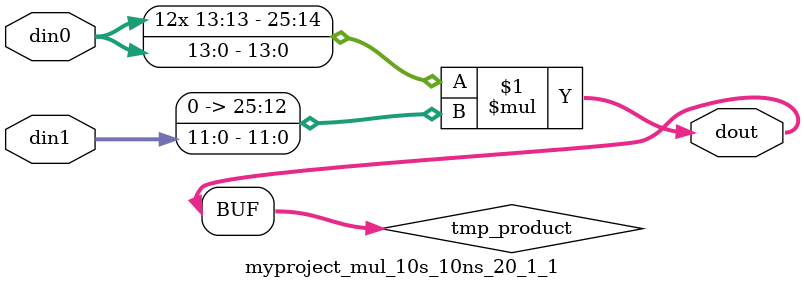
<source format=v>

`timescale 1 ns / 1 ps

  module myproject_mul_10s_10ns_20_1_1(din0, din1, dout);
parameter ID = 1;
parameter NUM_STAGE = 0;
parameter din0_WIDTH = 14;
parameter din1_WIDTH = 12;
parameter dout_WIDTH = 26;

input [din0_WIDTH - 1 : 0] din0; 
input [din1_WIDTH - 1 : 0] din1; 
output [dout_WIDTH - 1 : 0] dout;

wire signed [dout_WIDTH - 1 : 0] tmp_product;












assign tmp_product = $signed(din0) * $signed({1'b0, din1});









assign dout = tmp_product;







endmodule

</source>
